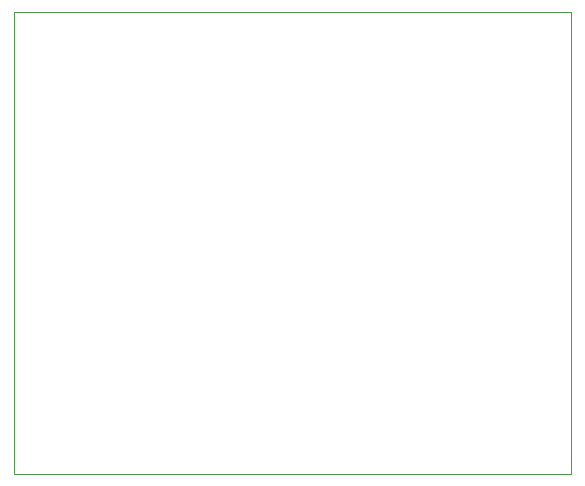
<source format=gbr>
%TF.GenerationSoftware,KiCad,Pcbnew,9.0.0*%
%TF.CreationDate,2025-03-10T19:20:38+08:00*%
%TF.ProjectId,xk9_miniencabulator,786b395f-6d69-46e6-9965-6e636162756c,rev?*%
%TF.SameCoordinates,Original*%
%TF.FileFunction,Profile,NP*%
%FSLAX46Y46*%
G04 Gerber Fmt 4.6, Leading zero omitted, Abs format (unit mm)*
G04 Created by KiCad (PCBNEW 9.0.0) date 2025-03-10 19:20:38*
%MOMM*%
%LPD*%
G01*
G04 APERTURE LIST*
%TA.AperFunction,Profile*%
%ADD10C,0.050000*%
%TD*%
G04 APERTURE END LIST*
D10*
X74930000Y-34925000D02*
X122047000Y-34925000D01*
X122047000Y-74041000D01*
X74930000Y-74041000D01*
X74930000Y-34925000D01*
M02*

</source>
